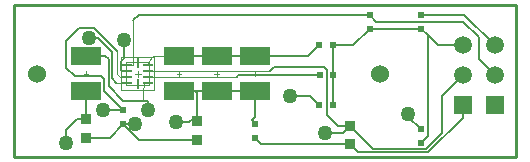
<source format=gtl>
G04 Layer_Physical_Order=1*
G04 Layer_Color=255*
%FSLAX44Y44*%
%MOMM*%
G71*
G01*
G75*
%ADD10R,0.5500X0.5500*%
%ADD11R,2.6000X1.5000*%
%ADD12R,0.8500X0.8500*%
%ADD13R,0.5500X0.5500*%
%ADD14R,0.9000X0.2500*%
%ADD15R,0.2500X0.9000*%
%ADD16C,0.2000*%
%ADD17C,0.1250*%
%ADD18C,0.1000*%
%ADD19C,0.2540*%
%ADD20C,0.0500*%
%ADD21C,1.5240*%
%ADD22C,1.5000*%
%ADD23R,1.5000X1.5000*%
%ADD24C,1.2700*%
D10*
X321250Y139843D02*
D03*
Y128159D02*
D03*
X364500Y42842D02*
D03*
Y31158D02*
D03*
X224251Y47343D02*
D03*
Y35659D02*
D03*
X112500Y47159D02*
D03*
Y58843D02*
D03*
X364500Y139843D02*
D03*
Y128159D02*
D03*
D11*
X81000Y75001D02*
D03*
Y105001D02*
D03*
X159750Y75000D02*
D03*
Y105000D02*
D03*
X191750Y75000D02*
D03*
Y105000D02*
D03*
X224000Y75000D02*
D03*
Y105000D02*
D03*
D12*
X81000Y35751D02*
D03*
Y51250D02*
D03*
X175500Y34000D02*
D03*
Y49500D02*
D03*
X304500Y45750D02*
D03*
Y30250D02*
D03*
D13*
X290592Y89000D02*
D03*
X278908D02*
D03*
X290343Y63251D02*
D03*
X278659D02*
D03*
X290342Y114251D02*
D03*
X278658D02*
D03*
D14*
X116000Y97500D02*
D03*
Y92501D02*
D03*
Y87500D02*
D03*
Y82501D02*
D03*
X133500D02*
D03*
Y87500D02*
D03*
Y92501D02*
D03*
Y97500D02*
D03*
D15*
X124750Y81250D02*
D03*
Y98751D02*
D03*
D16*
X159750Y105000D02*
X191750D01*
X224000D01*
X173736Y75000D02*
X191750D01*
X224000D01*
X81000Y51250D02*
Y75001D01*
X290592Y89000D02*
Y101346D01*
X290342Y101596D02*
X290592Y101346D01*
X290342Y101596D02*
Y114251D01*
X290343Y63251D02*
Y75946D01*
X290592Y76195D01*
Y89000D01*
X321250Y128159D02*
X364500D01*
X378759Y113900D02*
X400000D01*
X364500Y139843D02*
X401557D01*
X427500Y113900D01*
X321250Y139843D02*
X326980Y134112D01*
X400304D01*
X413766Y120650D01*
X290342Y114251D02*
X307341D01*
X321250Y128159D01*
X221251Y50342D02*
X224251Y47343D01*
X224000Y53091D02*
Y75000D01*
X175500Y49500D02*
Y73236D01*
X173736Y75000D02*
X175500Y73236D01*
X101092Y35751D02*
X112500Y47159D01*
X81000Y35751D02*
X101092D01*
X121158Y135017D02*
X125984Y139843D01*
X321250D01*
X88170Y128238D02*
X107160Y109248D01*
X74962Y128238D02*
X88170D01*
X71628Y87630D02*
X93726D01*
X96012Y85344D01*
Y75331D02*
Y85344D01*
Y75331D02*
X112500Y58843D01*
X100171Y79406D02*
Y102365D01*
X97536Y105001D02*
X100171Y102365D01*
X81000Y105001D02*
X97536D01*
X83312Y119888D02*
X91440D01*
X103172Y108156D01*
Y86058D02*
Y108156D01*
Y86058D02*
X106729Y82501D01*
X210158Y89000D02*
X278908D01*
X208659Y87500D02*
X210158Y89000D01*
X294102Y45750D02*
X304500D01*
X113030Y103632D02*
Y118872D01*
X353748Y53594D02*
X364500Y42842D01*
X353748Y53594D02*
Y56060D01*
X224251Y35659D02*
X229659Y30250D01*
X304500D01*
X311343Y23408D01*
X370626D01*
X400000Y52782D01*
Y63100D01*
X269408Y105000D02*
X278658Y114251D01*
X224000Y105000D02*
X269408D01*
X73152Y51250D02*
X81000D01*
X95250Y58843D02*
X112500D01*
X364500Y31158D02*
X370332Y36990D01*
Y122327D01*
X125658Y34000D02*
X175500D01*
X298375Y39624D02*
X304500Y45750D01*
X283210Y39624D02*
X298375D01*
X112500Y47159D02*
X122851D01*
X304500Y45750D02*
X323842Y26408D01*
X369250D01*
X382778Y39935D01*
Y71279D01*
X400000Y88500D01*
X159750Y75000D02*
X173736D01*
X364500Y128159D02*
X370332Y122327D01*
X378759Y113900D01*
X64250Y95008D02*
X71628Y87630D01*
X64250Y95008D02*
Y117526D01*
X74962Y128238D01*
X172250Y52750D02*
X175500Y49500D01*
X157250Y49000D02*
X168500D01*
X64000Y31500D02*
Y42098D01*
X73152Y51250D01*
X168500Y49000D02*
X172250Y52750D01*
X221251Y50342D02*
X224000Y53091D01*
X270909Y71000D02*
X278659Y63251D01*
X254000Y71000D02*
X270909D01*
X133250Y59250D02*
Y67156D01*
X100171Y79406D02*
X112422Y67156D01*
X129750D01*
X133250D01*
X284750Y55102D02*
X294102Y45750D01*
X413766Y102234D02*
Y120650D01*
Y102234D02*
X427500Y88500D01*
X282746Y95504D02*
X284750Y93500D01*
Y55102D02*
Y93500D01*
X237251Y92501D02*
X240254Y95504D01*
X282746D01*
X112500Y47159D02*
X125658Y34000D01*
D17*
X138176Y105000D02*
X159750D01*
X133350Y100174D02*
X138176Y105000D01*
X133350Y97500D02*
X133500D01*
X116000D02*
X121158D01*
Y135017D01*
X109728Y87500D02*
X116000D01*
X107160Y90069D02*
X109728Y87500D01*
X107160Y90069D02*
Y109248D01*
X106729Y82501D02*
X116000D01*
X133500Y87500D02*
X208659D01*
X109728Y100330D02*
X113030Y103632D01*
X109728Y93517D02*
Y100330D01*
Y93517D02*
X110744Y92501D01*
X116000D01*
X133350Y97500D02*
Y100174D01*
X130302Y82501D02*
X133500D01*
X129750Y78188D02*
X130302Y78740D01*
X129750Y67156D02*
Y78188D01*
X130302Y78740D02*
Y82501D01*
X133500Y92501D02*
X237251D01*
D18*
X81000Y88001D02*
Y92001D01*
X79000Y90001D02*
X83000D01*
X159750Y88000D02*
Y92000D01*
X157750Y90000D02*
X161750D01*
X191750Y88000D02*
Y92000D01*
X189750Y90000D02*
X193750D01*
X224000Y88000D02*
Y92000D01*
X222000Y90000D02*
X226000D01*
X134750Y80001D02*
Y100001D01*
X114750Y80001D02*
X134750D01*
X114750D02*
Y100001D01*
X134750D01*
X122250Y90001D02*
X127250D01*
X124750Y87500D02*
Y92501D01*
D19*
X20250Y148000D02*
X445000D01*
X445250Y52250D02*
Y116250D01*
X445000Y20000D02*
X445250Y20250D01*
X20500Y19750D02*
X445000D01*
X20250Y20000D02*
X20500Y19750D01*
X20250Y20000D02*
Y148000D01*
X445250Y20250D02*
Y52250D01*
Y116250D02*
Y148250D01*
D20*
X139000Y75750D02*
Y104251D01*
X110500Y75750D02*
X139000D01*
X110500D02*
Y104251D01*
X139000D01*
D21*
X330000Y90000D02*
D03*
X40000D02*
D03*
D22*
X427500Y113900D02*
D03*
Y88500D02*
D03*
X400000Y113900D02*
D03*
Y88500D02*
D03*
D23*
X427500Y63100D02*
D03*
X400000D02*
D03*
D24*
X83312Y119888D02*
D03*
X113030Y118872D02*
D03*
X353748Y56060D02*
D03*
X95250Y58843D02*
D03*
X283210Y39624D02*
D03*
X122851Y47159D02*
D03*
X157250Y49000D02*
D03*
X64000Y31500D02*
D03*
X254000Y71000D02*
D03*
X133250Y59250D02*
D03*
M02*

</source>
